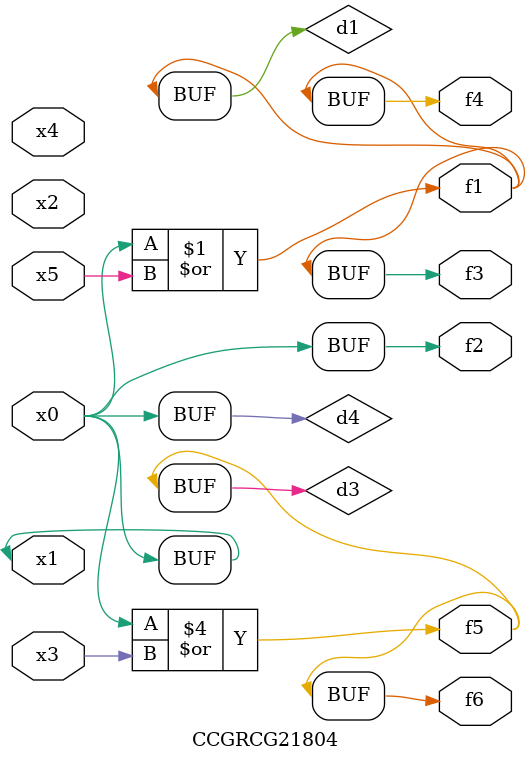
<source format=v>
module CCGRCG21804(
	input x0, x1, x2, x3, x4, x5,
	output f1, f2, f3, f4, f5, f6
);

	wire d1, d2, d3, d4;

	or (d1, x0, x5);
	xnor (d2, x1, x4);
	or (d3, x0, x3);
	buf (d4, x0, x1);
	assign f1 = d1;
	assign f2 = d4;
	assign f3 = d1;
	assign f4 = d1;
	assign f5 = d3;
	assign f6 = d3;
endmodule

</source>
